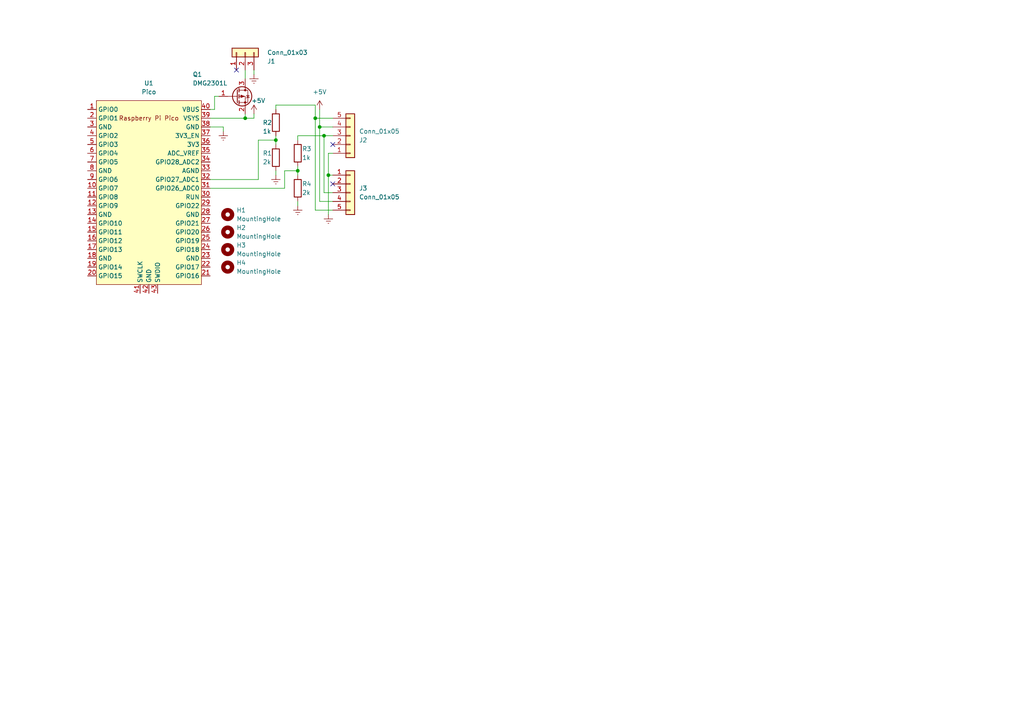
<source format=kicad_sch>
(kicad_sch (version 20211123) (generator eeschema)
  (paper "A4")
  (lib_symbols
    (symbol "Connector_Generic:Conn_01x03" (pin_names (offset 1.016) hide)
      (property "Reference" "J" (at 0 5.08 0))
      (property "Value" "Conn_01x03" (at 0 -5.08 0))
      (symbol "Conn_01x03_1_1"
        (rectangle (start -1.27 -2.413) (end 0 -2.667) (stroke (width 0.1524)))
        (rectangle (start -1.27 0.127) (end 0 -0.127) (stroke (width 0.1524)))
        (rectangle (start -1.27 2.667) (end 0 2.413) (stroke (width 0.1524)))
        (rectangle (start -1.27 3.81) (end 1.27 -3.81) (stroke (width 0.254)) (fill (type background)))
        (pin passive line (at -5.08 2.54 0) (length 3.81) (name "Pin_1") (number "1"))
        (pin passive line (at -5.08 0 0) (length 3.81) (name "Pin_2") (number "2"))
        (pin passive line (at -5.08 -2.54 0) (length 3.81) (name "Pin_3") (number "3"))
      )
    )
    (symbol "Connector_Generic:Conn_01x05" (pin_names (offset 1.016) hide)
      (property "Reference" "J" (at 0 7.62 0))
      (property "Value" "Conn_01x05" (at 0 -7.62 0))
      (symbol "Conn_01x05_1_1"
        (rectangle (start -1.27 -4.953) (end 0 -5.207) (stroke (width 0.1524)))
        (rectangle (start -1.27 -2.413) (end 0 -2.667) (stroke (width 0.1524)))
        (rectangle (start -1.27 0.127) (end 0 -0.127) (stroke (width 0.1524)))
        (rectangle (start -1.27 2.667) (end 0 2.413) (stroke (width 0.1524)))
        (rectangle (start -1.27 5.207) (end 0 4.953) (stroke (width 0.1524)))
        (rectangle (start -1.27 6.35) (end 1.27 -6.35) (stroke (width 0.254)) (fill (type background)))
        (pin passive line (at -5.08 5.08 0) (length 3.81) (name "Pin_1") (number "1"))
        (pin passive line (at -5.08 2.54 0) (length 3.81) (name "Pin_2") (number "2"))
        (pin passive line (at -5.08 0 0) (length 3.81) (name "Pin_3") (number "3"))
        (pin passive line (at -5.08 -2.54 0) (length 3.81) (name "Pin_4") (number "4"))
        (pin passive line (at -5.08 -5.08 0) (length 3.81) (name "Pin_5") (number "5"))
      )
    )
    (symbol "Device:R" (pin_numbers hide) (pin_names (offset 0))
      (property "Reference" "R" (at 2.032 0 90))
      (property "Value" "R" (at 0 0 90))
      (symbol "R_0_1"
        (rectangle (start -1.016 -2.54) (end 1.016 2.54) (stroke (width 0.254)))
      )
      (symbol "R_1_1"
        (pin passive line (at 0 3.81 270) (length 1.27) (name "~") (number "1"))
        (pin passive line (at 0 -3.81 90) (length 1.27) (name "~") (number "2"))
      )
    )
    (symbol "MCU_RaspberryPi_and_Boards:Pico"
      (property "Reference" "U" (at -13.97 27.94 0))
      (property "Value" "Pico" (at 0 19.05 0))
      (symbol "Pico_0_0"
        (text "Raspberry Pi Pico" (at 0 21.59 0) (effects (font (size 1.27 1.27))))
      )
      (symbol "Pico_0_1"
        (rectangle (start -15.24 26.67) (end 15.24 -26.67) (fill (type background)))
      )
      (symbol "Pico_1_1"
        (pin bidirectional line (at -17.78 24.13 0) (length 2.54) (name "GPIO0") (number "1"))
        (pin bidirectional line (at -17.78 1.27 0) (length 2.54) (name "GPIO7") (number "10"))
        (pin bidirectional line (at -17.78 -1.27 0) (length 2.54) (name "GPIO8") (number "11"))
        (pin bidirectional line (at -17.78 -3.81 0) (length 2.54) (name "GPIO9") (number "12"))
        (pin power_in line (at -17.78 -6.35 0) (length 2.54) (name "GND") (number "13"))
        (pin bidirectional line (at -17.78 -8.89 0) (length 2.54) (name "GPIO10") (number "14"))
        (pin bidirectional line (at -17.78 -11.43 0) (length 2.54) (name "GPIO11") (number "15"))
        (pin bidirectional line (at -17.78 -13.97 0) (length 2.54) (name "GPIO12") (number "16"))
        (pin bidirectional line (at -17.78 -16.51 0) (length 2.54) (name "GPIO13") (number "17"))
        (pin power_in line (at -17.78 -19.05 0) (length 2.54) (name "GND") (number "18"))
        (pin bidirectional line (at -17.78 -21.59 0) (length 2.54) (name "GPIO14") (number "19"))
        (pin bidirectional line (at -17.78 21.59 0) (length 2.54) (name "GPIO1") (number "2"))
        (pin bidirectional line (at -17.78 -24.13 0) (length 2.54) (name "GPIO15") (number "20"))
        (pin bidirectional line (at 17.78 -24.13 180) (length 2.54) (name "GPIO16") (number "21"))
        (pin bidirectional line (at 17.78 -21.59 180) (length 2.54) (name "GPIO17") (number "22"))
        (pin power_in line (at 17.78 -19.05 180) (length 2.54) (name "GND") (number "23"))
        (pin bidirectional line (at 17.78 -16.51 180) (length 2.54) (name "GPIO18") (number "24"))
        (pin bidirectional line (at 17.78 -13.97 180) (length 2.54) (name "GPIO19") (number "25"))
        (pin bidirectional line (at 17.78 -11.43 180) (length 2.54) (name "GPIO20") (number "26"))
        (pin bidirectional line (at 17.78 -8.89 180) (length 2.54) (name "GPIO21") (number "27"))
        (pin power_in line (at 17.78 -6.35 180) (length 2.54) (name "GND") (number "28"))
        (pin bidirectional line (at 17.78 -3.81 180) (length 2.54) (name "GPIO22") (number "29"))
        (pin power_in line (at -17.78 19.05 0) (length 2.54) (name "GND") (number "3"))
        (pin input line (at 17.78 -1.27 180) (length 2.54) (name "RUN") (number "30"))
        (pin bidirectional line (at 17.78 1.27 180) (length 2.54) (name "GPIO26_ADC0") (number "31"))
        (pin bidirectional line (at 17.78 3.81 180) (length 2.54) (name "GPIO27_ADC1") (number "32"))
        (pin power_in line (at 17.78 6.35 180) (length 2.54) (name "AGND") (number "33"))
        (pin bidirectional line (at 17.78 8.89 180) (length 2.54) (name "GPIO28_ADC2") (number "34"))
        (pin power_in line (at 17.78 11.43 180) (length 2.54) (name "ADC_VREF") (number "35"))
        (pin power_in line (at 17.78 13.97 180) (length 2.54) (name "3V3") (number "36"))
        (pin input line (at 17.78 16.51 180) (length 2.54) (name "3V3_EN") (number "37"))
        (pin bidirectional line (at 17.78 19.05 180) (length 2.54) (name "GND") (number "38"))
        (pin power_in line (at 17.78 21.59 180) (length 2.54) (name "VSYS") (number "39"))
        (pin bidirectional line (at -17.78 16.51 0) (length 2.54) (name "GPIO2") (number "4"))
        (pin power_in line (at 17.78 24.13 180) (length 2.54) (name "VBUS") (number "40"))
        (pin input line (at -2.54 -29.21 90) (length 2.54) (name "SWCLK") (number "41"))
        (pin power_in line (at 0 -29.21 90) (length 2.54) (name "GND") (number "42"))
        (pin bidirectional line (at 2.54 -29.21 90) (length 2.54) (name "SWDIO") (number "43"))
        (pin bidirectional line (at -17.78 13.97 0) (length 2.54) (name "GPIO3") (number "5"))
        (pin bidirectional line (at -17.78 11.43 0) (length 2.54) (name "GPIO4") (number "6"))
        (pin bidirectional line (at -17.78 8.89 0) (length 2.54) (name "GPIO5") (number "7"))
        (pin power_in line (at -17.78 6.35 0) (length 2.54) (name "GND") (number "8"))
        (pin bidirectional line (at -17.78 3.81 0) (length 2.54) (name "GPIO6") (number "9"))
      )
    )
    (symbol "Mechanical:MountingHole" (pin_names (offset 1.016))
      (property "Reference" "H" (at 0 5.08 0))
      (property "Value" "MountingHole" (at 0 3.175 0))
      (symbol "MountingHole_0_1"
        (circle (center 0 0) (radius 1.27) (stroke (width 1.27)))
      )
    )
    (symbol "Transistor_FET:DMG2301L" (pin_names hide)
      (property "Reference" "Q" (at 5.08 1.905 0))
      (property "Value" "DMG2301L" (at 5.08 0 0))
      (symbol "DMG2301L_0_1"
        (polyline (pts (xy 0.254 0) (xy -2.54 0)))
        (polyline (pts (xy 0.254 1.905) (xy 0.254 -1.905)) (stroke (width 0.254)))
        (polyline (pts (xy 0.762 -1.27) (xy 0.762 -2.286)) (stroke (width 0.254)))
        (polyline (pts (xy 0.762 0.508) (xy 0.762 -0.508)) (stroke (width 0.254)))
        (polyline (pts (xy 0.762 2.286) (xy 0.762 1.27)) (stroke (width 0.254)))
        (polyline (pts (xy 2.54 2.54) (xy 2.54 1.778)))
        (polyline (pts (xy 2.54 -2.54) (xy 2.54 0) (xy 0.762 0)))
        (polyline (pts (xy 0.762 1.778) (xy 3.302 1.778) (xy 3.302 -1.778) (xy 0.762 -1.778)))
        (polyline (pts (xy 2.286 0) (xy 1.27 0.381) (xy 1.27 -0.381) (xy 2.286 0)) (fill (type outline)))
        (polyline (pts (xy 2.794 -0.508) (xy 2.921 -0.381) (xy 3.683 -0.381) (xy 3.81 -0.254)))
        (polyline (pts (xy 3.302 -0.381) (xy 2.921 0.254) (xy 3.683 0.254) (xy 3.302 -0.381)))
        (circle (center 1.651 0) (radius 2.794) (stroke (width 0.254)))
        (circle (center 2.54 -1.778) (radius 0.254) (fill (type outline)))
        (circle (center 2.54 1.778) (radius 0.254) (fill (type outline)))
      )
      (symbol "DMG2301L_1_1"
        (pin input line (at -5.08 0 0) (length 2.54) (name "G") (number "1"))
        (pin passive line (at 2.54 -5.08 90) (length 2.54) (name "S") (number "2"))
        (pin passive line (at 2.54 5.08 270) (length 2.54) (name "D") (number "3"))
      )
    )
    (symbol "power:+5V" (power) (pin_names (offset 0))
      (property "Value" "+5V" (at 0 3.556 0))
      (symbol "+5V_0_1"
        (polyline (pts (xy -0.762 1.27) (xy 0 2.54)))
        (polyline (pts (xy 0 0) (xy 0 2.54)))
        (polyline (pts (xy 0 2.54) (xy 0.762 1.27)))
      )
      (symbol "+5V_1_1"
        (pin power_in line (at 0 0 90) (length 0) hide (name "+5V") (number "1"))
      )
    )
    (symbol "power:Earth" (power) (pin_names (offset 0))
      (symbol "Earth_0_1"
        (polyline (pts (xy -0.635 -1.905) (xy 0.635 -1.905)))
        (polyline (pts (xy -0.127 -2.54) (xy 0.127 -2.54)))
        (polyline (pts (xy 0 -1.27) (xy 0 0)))
        (polyline (pts (xy 1.27 -1.27) (xy -1.27 -1.27)))
      )
      (symbol "Earth_1_1"
        (pin power_in line (at 0 0 270) (length 0) hide (name "Earth") (number "1"))
      )
    )
  )
  (junction (at 86.36 49.53))
  (junction (at 95.25 50.8))
  (junction (at 80.01 40.64))
  (junction (at 91.44 34.29))
  (junction (at 93.98 39.37))
  (junction (at 71.12 34.29))
  (junction (at 92.71 36.83))
  (no_connect (at 68.58 20.32))
  (no_connect (at 96.52 53.34))
  (no_connect (at 96.52 41.91))
  (wire (pts (xy 63.5 27.94) (xy 62.23 27.94)))
  (wire (pts (xy 73.66 33.02) (xy 73.66 34.29)))
  (wire (pts (xy 91.44 60.96) (xy 91.44 34.29)))
  (wire (pts (xy 91.44 60.96) (xy 96.52 60.96)))
  (wire (pts (xy 74.93 40.64) (xy 74.93 52.07)))
  (wire (pts (xy 86.36 39.37) (xy 93.98 39.37)))
  (wire (pts (xy 80.01 41.91) (xy 80.01 40.64)))
  (wire (pts (xy 86.36 58.42) (xy 86.36 59.69)))
  (wire (pts (xy 60.96 31.75) (xy 62.23 31.75)))
  (wire (pts (xy 74.93 52.07) (xy 60.96 52.07)))
  (wire (pts (xy 60.96 54.61) (xy 82.55 54.61)))
  (wire (pts (xy 80.01 30.48) (xy 91.44 30.48)))
  (wire (pts (xy 60.96 36.83) (xy 64.77 36.83)))
  (wire (pts (xy 92.71 31.75) (xy 92.71 36.83)))
  (wire (pts (xy 96.52 50.8) (xy 95.25 50.8)))
  (wire (pts (xy 73.66 20.32) (xy 73.66 21.59)))
  (wire (pts (xy 86.36 48.26) (xy 86.36 49.53)))
  (wire (pts (xy 95.25 50.8) (xy 95.25 62.23)))
  (wire (pts (xy 93.98 39.37) (xy 93.98 55.88)))
  (wire (pts (xy 80.01 31.75) (xy 80.01 30.48)))
  (wire (pts (xy 62.23 27.94) (xy 62.23 31.75)))
  (wire (pts (xy 80.01 40.64) (xy 80.01 39.37)))
  (wire (pts (xy 91.44 30.48) (xy 91.44 34.29)))
  (wire (pts (xy 93.98 39.37) (xy 96.52 39.37)))
  (wire (pts (xy 91.44 34.29) (xy 96.52 34.29)))
  (wire (pts (xy 71.12 20.32) (xy 71.12 22.86)))
  (wire (pts (xy 96.52 55.88) (xy 93.98 55.88)))
  (wire (pts (xy 95.25 50.8) (xy 95.25 44.45)))
  (wire (pts (xy 73.66 34.29) (xy 71.12 34.29)))
  (wire (pts (xy 82.55 49.53) (xy 86.36 49.53)))
  (wire (pts (xy 86.36 49.53) (xy 86.36 50.8)))
  (wire (pts (xy 80.01 49.53) (xy 80.01 50.8)))
  (wire (pts (xy 96.52 58.42) (xy 92.71 58.42)))
  (wire (pts (xy 92.71 36.83) (xy 96.52 36.83)))
  (wire (pts (xy 92.71 58.42) (xy 92.71 36.83)))
  (wire (pts (xy 60.96 34.29) (xy 71.12 34.29)))
  (wire (pts (xy 95.25 44.45) (xy 96.52 44.45)))
  (wire (pts (xy 71.12 34.29) (xy 71.12 33.02)))
  (wire (pts (xy 80.01 40.64) (xy 74.93 40.64)))
  (wire (pts (xy 82.55 54.61) (xy 82.55 49.53)))
  (wire (pts (xy 86.36 40.64) (xy 86.36 39.37)))
  (wire (pts (xy 64.77 36.83) (xy 64.77 38.1)))
  (symbol (lib_id "Connector_Generic:Conn_01x05") (at 101.6 55.88 0) (unit 1)
    (property "Reference" "J3" (at 104.14 54.6099 0) (effects (justify left)))
    (property "Value" "Conn_01x05" (at 104.14 57.1499 0) (effects (justify left)))
    (property "Footprint" "Connector_PinHeader_2.54mm:PinHeader_1x05_P2.54mm_Horizontal" (effects hide))
  )
  (symbol (lib_id "power:+5V") (at 73.66 33.02 0) (unit 1)
    (property "Reference" "#PWR03" (effects hide))
    (property "Value" "+5V" (at 74.93 29.21 0))
  )
  (symbol (lib_id "Device:R") (at 86.36 44.45 0) (unit 1)
    (property "Reference" "R3" (at 87.63 43.18 0) (effects (justify left)))
    (property "Value" "1k" (at 87.63 45.72 0) (effects (justify left)))
    (property "Footprint" "Resistor_SMD:R_0805_2012Metric" (effects hide))
  )
  (symbol (lib_id "power:Earth") (at 86.36 59.69 0) (unit 1)
    (property "Reference" "#PWR05" (effects hide))
    (property "Value" "Earth" (effects hide))
  )
  (symbol (lib_id "Mechanical:MountingHole") (at 66.04 62.23 0) (unit 1)
    (property "Reference" "H1" (at 68.58 60.9599 0) (effects (justify left)))
    (property "Value" "MountingHole" (at 68.58 63.4999 0) (effects (justify left)))
    (property "Footprint" "MountingHole:MountingHole_2.7mm" (effects hide))
  )
  (symbol (lib_id "power:+5V") (at 92.71 31.75 0) (unit 1)
    (property "Reference" "#PWR06" (effects hide))
    (property "Value" "+5V" (at 92.71 26.67 0))
  )
  (symbol (lib_id "power:Earth") (at 64.77 38.1 0) (unit 1)
    (property "Reference" "#PWR01" (effects hide))
    (property "Value" "Earth" (effects hide))
  )
  (symbol (lib_id "Device:R") (at 80.01 45.72 0) (unit 1)
    (property "Reference" "R1" (at 76.2 44.45 0) (effects (justify left)))
    (property "Value" "2k" (at 76.2 46.99 0) (effects (justify left)))
    (property "Footprint" "Resistor_SMD:R_0805_2012Metric" (effects hide))
  )
  (symbol (lib_id "power:Earth") (at 95.25 62.23 0) (unit 1)
    (property "Reference" "#PWR0101" (effects hide))
    (property "Value" "Earth" (effects hide))
  )
  (symbol (lib_id "power:Earth") (at 73.66 21.59 0) (unit 1)
    (property "Reference" "#PWR02" (effects hide))
    (property "Value" "Earth" (effects hide))
  )
  (symbol (lib_id "Mechanical:MountingHole") (at 66.04 67.31 0) (unit 1)
    (property "Reference" "H2" (at 68.58 66.0399 0) (effects (justify left)))
    (property "Value" "MountingHole" (at 68.58 68.5799 0) (effects (justify left)))
    (property "Footprint" "MountingHole:MountingHole_2.7mm" (effects hide))
  )
  (symbol (lib_id "MCU_RaspberryPi_and_Boards:Pico") (at 43.18 55.88 0) (unit 1)
    (property "Reference" "U1" (at 43.18 24.13 0))
    (property "Value" "Pico" (at 43.18 26.67 0))
    (property "Footprint" "RPi_Pico:RPi_Pico_SMD_TH" (effects hide))
  )
  (symbol (lib_id "Device:R") (at 86.36 54.61 0) (unit 1)
    (property "Reference" "R4" (at 87.63 53.34 0) (effects (justify left)))
    (property "Value" "2k" (at 87.63 55.88 0) (effects (justify left)))
    (property "Footprint" "Resistor_SMD:R_0805_2012Metric" (effects hide))
  )
  (symbol (lib_id "Connector_Generic:Conn_01x05") (at 101.6 39.37 0) (mirror x) (unit 1)
    (property "Reference" "J2" (at 104.14 40.6401 0) (effects (justify left)))
    (property "Value" "Conn_01x05" (at 104.14 38.1001 0) (effects (justify left)))
    (property "Footprint" "Connector_PinHeader_2.54mm:PinHeader_1x05_P2.54mm_Vertical" (effects hide))
  )
  (symbol (lib_id "power:Earth") (at 80.01 50.8 0) (unit 1)
    (property "Reference" "#PWR04" (effects hide))
    (property "Value" "Earth" (effects hide))
  )
  (symbol (lib_id "Connector_Generic:Conn_01x03") (at 71.12 15.24 90) (unit 1)
    (property "Reference" "J1" (at 77.47 17.78 90) (effects (justify right)))
    (property "Value" "Conn_01x03" (at 77.47 15.24 90) (effects (justify right)))
    (property "Footprint" "Connector_PinHeader_2.54mm:PinHeader_1x03_P2.54mm_Horizontal" (effects hide))
  )
  (symbol (lib_id "Mechanical:MountingHole") (at 66.04 77.47 0) (unit 1)
    (property "Reference" "H4" (at 68.58 76.1999 0) (effects (justify left)))
    (property "Value" "MountingHole" (at 68.58 78.7399 0) (effects (justify left)))
    (property "Footprint" "MountingHole:MountingHole_2.7mm" (effects hide))
  )
  (symbol (lib_id "Device:R") (at 80.01 35.56 0) (unit 1)
    (property "Reference" "R2" (at 76.2 35.56 0) (effects (justify left)))
    (property "Value" "1k" (at 76.2 38.1 0) (effects (justify left)))
    (property "Footprint" "Resistor_SMD:R_0805_2012Metric" (effects hide))
  )
  (symbol (lib_id "Mechanical:MountingHole") (at 66.04 72.39 0) (unit 1)
    (property "Reference" "H3" (at 68.58 71.1199 0) (effects (justify left)))
    (property "Value" "MountingHole" (at 68.58 73.6599 0) (effects (justify left)))
    (property "Footprint" "MountingHole:MountingHole_2.7mm" (effects hide))
  )
  (symbol (lib_id "Transistor_FET:DMG2301L") (at 68.58 27.94 0) (unit 1)
    (property "Reference" "Q1" (at 55.88 21.59 0) (effects (justify left)))
    (property "Value" "DMG2301L" (at 55.88 24.13 0) (effects (justify left)))
    (property "Footprint" "Package_TO_SOT_SMD:SOT-23" (effects hide))
    (property "Datasheet" "https://www.diodes.com/assets/Datasheets/DMG2301L.pdf" (effects hide))
  )
)
</source>
